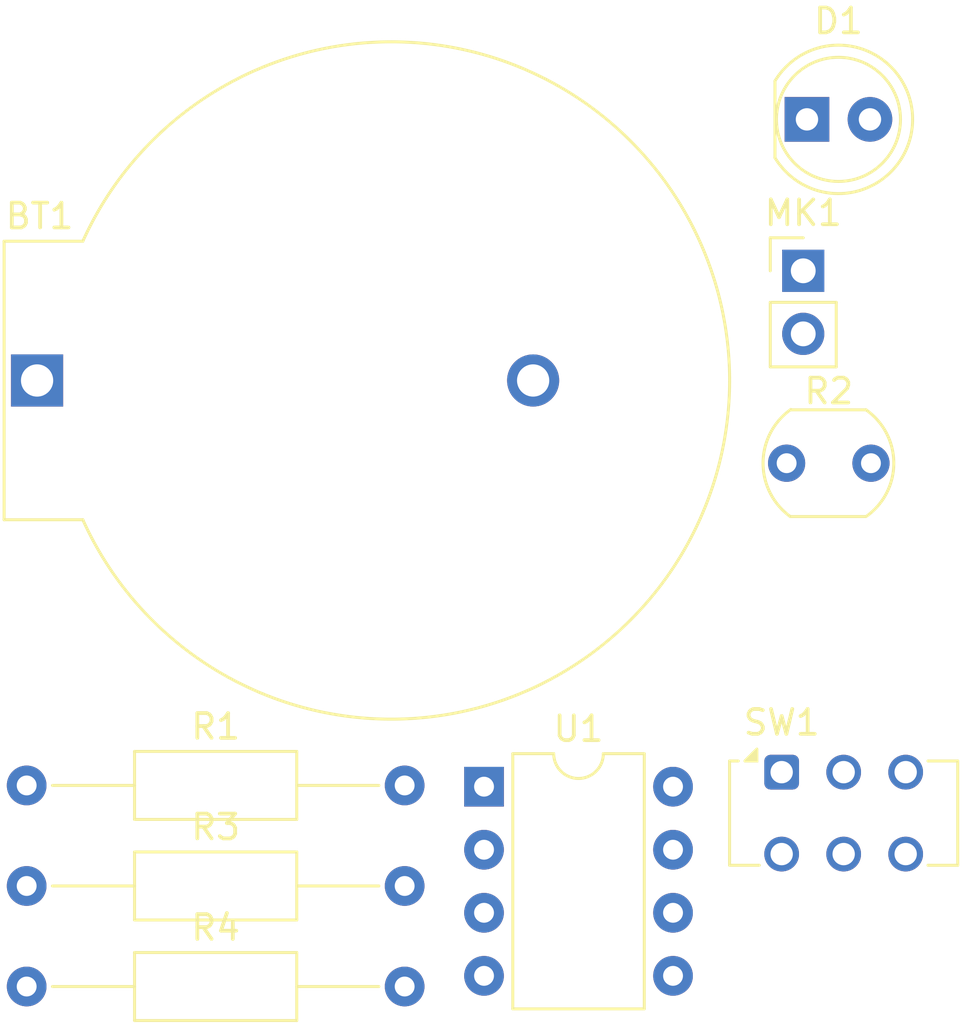
<source format=kicad_pcb>
(kicad_pcb (version 20240108) (generator "pcbnew") (generator_version "8.0")
  (layers (0 "F.Cu" signal) (31 "B.Cu" signal) (34 "B.Paste" user) (35 "F.Paste" user) (36 "B.SilkS" user "B.Silkscreen") (37 "F.SilkS" user "F.Silkscreen") (38 "B.Mask" user) (39 "F.Mask" user) (44 "Edge.Cuts" user))
  (net 0 "")
  (net 1 "+3.3V")
  (net 2 "Net-(BT1--)")
  (net 3 "/A")
  (net 4 "Net-(D1-K)")
  (net 5 "GND")
  (net 6 "/C")
  (net 7 "/B")
  (footprint "Resistor_THT:R_Axial_DIN0207_L6.3mm_D2.5mm_P15.24mm_Horizontal" (layer "F.Cu") (at 127.56 90.735)
    (property "Reference" "R1" (at 7.62 -2.37 0) (layer "F.SilkS"))
    (property "Value" "10k")
    (fp_line (start 1.04 0) (end 4.35 0) (stroke (width 0.12)) (layer "F.SilkS"))
    (fp_line (start 4.35 -1.37) (end 4.35 1.37) (stroke (width 0.12)) (layer "F.SilkS"))
    (fp_line (start 4.35 1.37) (end 10.89 1.37) (stroke (width 0.12)) (layer "F.SilkS"))
    (fp_line (start 10.89 -1.37) (end 4.35 -1.37) (stroke (width 0.12)) (layer "F.SilkS"))
    (fp_line (start 10.89 1.37) (end 10.89 -1.37) (stroke (width 0.12)) (layer "F.SilkS"))
    (fp_line (start 14.2 0) (end 10.89 0) (stroke (width 0.12)) (layer "F.SilkS"))
    (pad "1" thru_hole circle (at 0 0) (size 1.6 1.6) (drill 0.8) (layers "*.Cu" "*.Mask") (net 1 "+3.3V"))
    (pad "2" thru_hole oval (at 15.24 0) (size 1.6 1.6) (drill 0.8) (layers "*.Cu" "*.Mask") (net 7 "/B"))
  )
  (footprint "Resistor_THT:R_Axial_DIN0207_L6.3mm_D2.5mm_P15.24mm_Horizontal" (layer "F.Cu") (at 127.56 98.835)
    (property "Reference" "R4" (at 7.62 -2.37 0) (layer "F.SilkS"))
    (property "Value" "5.6k")
    (fp_line (start 1.04 0) (end 4.35 0) (stroke (width 0.12)) (layer "F.SilkS"))
    (fp_line (start 4.35 -1.37) (end 4.35 1.37) (stroke (width 0.12)) (layer "F.SilkS"))
    (fp_line (start 4.35 1.37) (end 10.89 1.37) (stroke (width 0.12)) (layer "F.SilkS"))
    (fp_line (start 10.89 -1.37) (end 4.35 -1.37) (stroke (width 0.12)) (layer "F.SilkS"))
    (fp_line (start 10.89 1.37) (end 10.89 -1.37) (stroke (width 0.12)) (layer "F.SilkS"))
    (fp_line (start 14.2 0) (end 10.89 0) (stroke (width 0.12)) (layer "F.SilkS"))
    (pad "1" thru_hole circle (at 0 0) (size 1.6 1.6) (drill 0.8) (layers "*.Cu" "*.Mask") (net 1 "+3.3V"))
    (pad "2" thru_hole oval (at 15.24 0) (size 1.6 1.6) (drill 0.8) (layers "*.Cu" "*.Mask") (net 6 "/C"))
  )
  (footprint "Button_Switch_THT:SW_CK_JS202011AQN_DPDT_Angled" (layer "F.Cu") (at 158 90.2)
    (property "Reference" "SW1" (at 0 -2 0) (layer "F.SilkS"))
    (property "Value" "SW_DPDT_x2")
    (fp_line (start -2.1 -0.45) (end -2.1 3.75) (stroke (width 0.12)) (layer "F.SilkS"))
    (fp_line (start -2.1 3.75) (end -0.9 3.75) (stroke (width 0.12)) (layer "F.SilkS"))
    (fp_line (start -1.75 -0.45) (end -2.1 -0.45) (stroke (width 0.12)) (layer "F.SilkS"))
    (fp_line (start 5.9 -0.45) (end 7.1 -0.45) (stroke (width 0.12)) (layer "F.SilkS"))
    (fp_line (start 7.1 -0.45) (end 7.1 3.75) (stroke (width 0.12)) (layer "F.SilkS"))
    (fp_line (start 7.1 3.75) (end 5.9 3.75) (stroke (width 0.12)) (layer "F.SilkS"))
    (fp_poly (pts (xy -1 -0.45) (xy -1.48 -0.45) (xy -1 -0.93) (xy -1 -0.45)) (stroke (width 0.12)) (fill solid) (layer "F.SilkS"))
    (pad "1" thru_hole roundrect (at 0 0) (size 1.4 1.4) (drill 0.9) (layers "*.Cu" "*.Mask") (roundrect_rratio 0.1785714286))
    (pad "2" thru_hole circle (at 2.5 0) (size 1.4 1.4) (drill 0.9) (layers "*.Cu" "*.Mask") (net 5 "GND"))
    (pad "3" thru_hole circle (at 5 0) (size 1.4 1.4) (drill 0.9) (layers "*.Cu" "*.Mask") (net 2 "Net-(BT1--)"))
    (pad "4" thru_hole circle (at 5 3.3) (size 1.4 1.4) (drill 0.9) (layers "*.Cu" "*.Mask"))
    (pad "5" thru_hole circle (at 2.5 3.3) (size 1.4 1.4) (drill 0.9) (layers "*.Cu" "*.Mask"))
    (pad "6" thru_hole circle (at 0 3.3) (size 1.4 1.4) (drill 0.9) (layers "*.Cu" "*.Mask"))
  )
  (footprint "Connector_PinHeader_2.54mm:PinHeader_1x02_P2.54mm_Vertical" (layer "F.Cu") (at 158.87 70.005)
    (property "Reference" "MK1" (at 0 -2.33 0) (layer "F.SilkS"))
    (property "Value" "Microphone_Condenser")
    (fp_line (start -1.33 -1.33) (end 0 -1.33) (stroke (width 0.12)) (layer "F.SilkS"))
    (fp_line (start -1.33 0) (end -1.33 -1.33) (stroke (width 0.12)) (layer "F.SilkS"))
    (fp_line (start -1.33 1.27) (end -1.33 3.87) (stroke (width 0.12)) (layer "F.SilkS"))
    (fp_line (start -1.33 1.27) (end 1.33 1.27) (stroke (width 0.12)) (layer "F.SilkS"))
    (fp_line (start -1.33 3.87) (end 1.33 3.87) (stroke (width 0.12)) (layer "F.SilkS"))
    (fp_line (start 1.33 1.27) (end 1.33 3.87) (stroke (width 0.12)) (layer "F.SilkS"))
    (pad "1" thru_hole rect (at 0 0) (size 1.7 1.7) (drill 1) (layers "*.Cu" "*.Mask") (net 5 "GND"))
    (pad "2" thru_hole oval (at 0 2.54) (size 1.7 1.7) (drill 1) (layers "*.Cu" "*.Mask") (net 6 "/C"))
  )
  (footprint "OptoDevice:R_LDR_5.1x4.3mm_P3.4mm_Vertical" (layer "F.Cu") (at 158.2 77.755)
    (property "Reference" "R2" (at 1.7 -2.9 0) (layer "F.SilkS"))
    (property "Value" "LDR07")
    (fp_line (start 0.15 -2.15) (end 3.2 -2.15) (stroke (width 0.12)) (layer "F.SilkS"))
    (fp_line (start 0.15 2.15) (end 3.2 2.15) (stroke (width 0.12)) (layer "F.SilkS"))
    (fp_arc (start 0.15 2.15) (mid -0.950438 -0.013368) (end 0.171766 -2.165525) (stroke (width 0.12)) (layer "F.SilkS"))
    (fp_arc (start 3.2 -2.15) (mid 4.321403 -0.027338) (end 3.244513 2.118249) (stroke (width 0.12)) (layer "F.SilkS"))
    (pad "1" thru_hole circle (at 0 0) (size 1.5 1.5) (drill 0.8) (layers "*.Cu" "*.Mask") (net 7 "/B"))
    (pad "2" thru_hole circle (at 3.4 0) (size 1.5 1.5) (drill 0.8) (layers "*.Cu" "*.Mask") (net 5 "GND"))
  )
  (footprint "LED_THT:LED_D5.0mm" (layer "F.Cu") (at 159.02 63.905)
    (property "Reference" "D1" (at 1.27 -3.96 0) (layer "F.SilkS"))
    (property "Value" "LED")
    (fp_line (start -1.29 -1.545) (end -1.29 1.545) (stroke (width 0.12)) (layer "F.SilkS"))
    (fp_arc (start -1.29 -1.54483) (mid 2.072002 -2.880433) (end 4.26 0.000462) (stroke (width 0.12)) (layer "F.SilkS"))
    (fp_arc (start 4.26 -0.000462) (mid 2.072002 2.880433) (end -1.29 1.54483) (stroke (width 0.12)) (layer "F.SilkS"))
    (fp_circle (center 1.27 0) (end 3.77 0) (stroke (width 0.12)) (fill none) (layer "F.SilkS"))
    (pad "1" thru_hole rect (at 0 0) (size 1.8 1.8) (drill 0.9) (layers "*.Cu" "*.Mask") (net 4 "Net-(D1-K)"))
    (pad "2" thru_hole circle (at 2.54 0) (size 1.8 1.8) (drill 0.9) (layers "*.Cu" "*.Mask") (net 3 "/A"))
  )
  (footprint "Battery:BatteryHolder_ComfortableElectronic_CH273-2450_1x2450" (layer "F.Cu") (at 127.98 74.423173)
    (property "Reference" "BT1" (at 0.1 -6.62 0) (layer "F.SilkS"))
    (property "Value" "Battery_Cell")
    (fp_line (start -1.33 -5.61) (end 1.845 -5.61) (stroke (width 0.12)) (layer "F.SilkS"))
    (fp_line (start -1.33 5.61) (end -1.33 -5.61) (stroke (width 0.12)) (layer "F.SilkS"))
    (fp_line (start 1.845 5.61) (end -1.33 5.61) (stroke (width 0.12)) (layer "F.SilkS"))
    (fp_arc (start 1.845 -5.61) (mid 27.921896 0) (end 1.845 5.61) (stroke (width 0.12)) (layer "F.SilkS"))
    (pad "1" thru_hole rect (at 0 0 270) (size 2.1 2.1) (drill 1.3) (layers "*.Cu" "*.Mask") (net 1 "+3.3V"))
    (pad "2" thru_hole circle (at 20 0 270) (size 2.1 2.1) (drill 1.3) (layers "*.Cu" "*.Mask") (net 2 "Net-(BT1--)"))
  )
  (footprint "Package_DIP:DIP-8_W7.62mm" (layer "F.Cu") (at 146 90.785)
    (property "Reference" "U1" (at 3.81 -2.33 0) (layer "F.SilkS"))
    (property "Value" "ATtiny85V-10P")
    (fp_line (start 1.16 -1.33) (end 1.16 8.95) (stroke (width 0.12)) (layer "F.SilkS"))
    (fp_line (start 1.16 8.95) (end 6.46 8.95) (stroke (width 0.12)) (layer "F.SilkS"))
    (fp_line (start 2.81 -1.33) (end 1.16 -1.33) (stroke (width 0.12)) (layer "F.SilkS"))
    (fp_line (start 6.46 -1.33) (end 4.81 -1.33) (stroke (width 0.12)) (layer "F.SilkS"))
    (fp_line (start 6.46 8.95) (end 6.46 -1.33) (stroke (width 0.12)) (layer "F.SilkS"))
    (fp_arc (start 4.81 -1.33) (mid 3.81 -0.33) (end 2.81 -1.33) (stroke (width 0.12)) (layer "F.SilkS"))
    (pad "1" thru_hole rect (at 0 0) (size 1.6 1.6) (drill 0.8) (layers "*.Cu" "*.Mask"))
    (pad "2" thru_hole oval (at 0 2.54) (size 1.6 1.6) (drill 0.8) (layers "*.Cu" "*.Mask") (net 6 "/C"))
    (pad "3" thru_hole oval (at 0 5.08) (size 1.6 1.6) (drill 0.8) (layers "*.Cu" "*.Mask"))
    (pad "4" thru_hole oval (at 0 7.62) (size 1.6 1.6) (drill 0.8) (layers "*.Cu" "*.Mask") (net 5 "GND"))
    (pad "5" thru_hole oval (at 7.62 7.62) (size 1.6 1.6) (drill 0.8) (layers "*.Cu" "*.Mask"))
    (pad "6" thru_hole oval (at 7.62 5.08) (size 1.6 1.6) (drill 0.8) (layers "*.Cu" "*.Mask") (net 3 "/A"))
    (pad "7" thru_hole oval (at 7.62 2.54) (size 1.6 1.6) (drill 0.8) (layers "*.Cu" "*.Mask") (net 7 "/B"))
    (pad "8" thru_hole oval (at 7.62 0) (size 1.6 1.6) (drill 0.8) (layers "*.Cu" "*.Mask") (net 1 "+3.3V"))
  )
  (footprint "Resistor_THT:R_Axial_DIN0207_L6.3mm_D2.5mm_P15.24mm_Horizontal" (layer "F.Cu") (at 127.56 94.785)
    (property "Reference" "R3" (at 7.62 -2.37 0) (layer "F.SilkS"))
    (property "Value" "480R")
    (fp_line (start 1.04 0) (end 4.35 0) (stroke (width 0.12)) (layer "F.SilkS"))
    (fp_line (start 4.35 -1.37) (end 4.35 1.37) (stroke (width 0.12)) (layer "F.SilkS"))
    (fp_line (start 4.35 1.37) (end 10.89 1.37) (stroke (width 0.12)) (layer "F.SilkS"))
    (fp_line (start 10.89 -1.37) (end 4.35 -1.37) (stroke (width 0.12)) (layer "F.SilkS"))
    (fp_line (start 10.89 1.37) (end 10.89 -1.37) (stroke (width 0.12)) (layer "F.SilkS"))
    (fp_line (start 14.2 0) (end 10.89 0) (stroke (width 0.12)) (layer "F.SilkS"))
    (pad "1" thru_hole circle (at 0 0) (size 1.6 1.6) (drill 0.8) (layers "*.Cu" "*.Mask") (net 4 "Net-(D1-K)"))
    (pad "2" thru_hole oval (at 15.24 0) (size 1.6 1.6) (drill 0.8) (layers "*.Cu" "*.Mask") (net 5 "GND"))
  )
)
</source>
